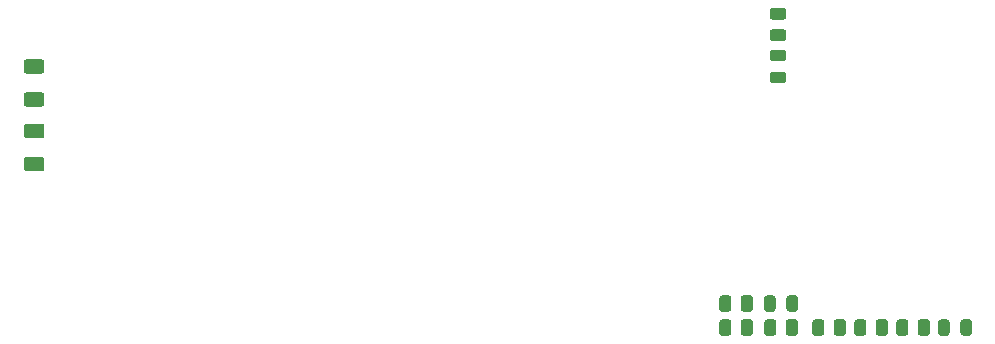
<source format=gbr>
%TF.GenerationSoftware,KiCad,Pcbnew,(5.1.10)-1*%
%TF.CreationDate,2021-07-19T20:33:02+08:00*%
%TF.ProjectId,FanDCControl,46616e44-4343-46f6-9e74-726f6c2e6b69,rev?*%
%TF.SameCoordinates,Original*%
%TF.FileFunction,Paste,Top*%
%TF.FilePolarity,Positive*%
%FSLAX46Y46*%
G04 Gerber Fmt 4.6, Leading zero omitted, Abs format (unit mm)*
G04 Created by KiCad (PCBNEW (5.1.10)-1) date 2021-07-19 20:33:02*
%MOMM*%
%LPD*%
G01*
G04 APERTURE LIST*
G04 APERTURE END LIST*
%TO.C,R7*%
G36*
G01*
X148482000Y-92144001D02*
X148482000Y-91243999D01*
G75*
G02*
X148731999Y-90994000I249999J0D01*
G01*
X149257001Y-90994000D01*
G75*
G02*
X149507000Y-91243999I0J-249999D01*
G01*
X149507000Y-92144001D01*
G75*
G02*
X149257001Y-92394000I-249999J0D01*
G01*
X148731999Y-92394000D01*
G75*
G02*
X148482000Y-92144001I0J249999D01*
G01*
G37*
G36*
G01*
X146657000Y-92144001D02*
X146657000Y-91243999D01*
G75*
G02*
X146906999Y-90994000I249999J0D01*
G01*
X147432001Y-90994000D01*
G75*
G02*
X147682000Y-91243999I0J-249999D01*
G01*
X147682000Y-92144001D01*
G75*
G02*
X147432001Y-92394000I-249999J0D01*
G01*
X146906999Y-92394000D01*
G75*
G02*
X146657000Y-92144001I0J249999D01*
G01*
G37*
%TD*%
%TO.C,R6*%
G36*
G01*
X144926000Y-92144001D02*
X144926000Y-91243999D01*
G75*
G02*
X145175999Y-90994000I249999J0D01*
G01*
X145701001Y-90994000D01*
G75*
G02*
X145951000Y-91243999I0J-249999D01*
G01*
X145951000Y-92144001D01*
G75*
G02*
X145701001Y-92394000I-249999J0D01*
G01*
X145175999Y-92394000D01*
G75*
G02*
X144926000Y-92144001I0J249999D01*
G01*
G37*
G36*
G01*
X143101000Y-92144001D02*
X143101000Y-91243999D01*
G75*
G02*
X143350999Y-90994000I249999J0D01*
G01*
X143876001Y-90994000D01*
G75*
G02*
X144126000Y-91243999I0J-249999D01*
G01*
X144126000Y-92144001D01*
G75*
G02*
X143876001Y-92394000I-249999J0D01*
G01*
X143350999Y-92394000D01*
G75*
G02*
X143101000Y-92144001I0J249999D01*
G01*
G37*
%TD*%
%TO.C,R5*%
G36*
G01*
X141370000Y-92144001D02*
X141370000Y-91243999D01*
G75*
G02*
X141619999Y-90994000I249999J0D01*
G01*
X142145001Y-90994000D01*
G75*
G02*
X142395000Y-91243999I0J-249999D01*
G01*
X142395000Y-92144001D01*
G75*
G02*
X142145001Y-92394000I-249999J0D01*
G01*
X141619999Y-92394000D01*
G75*
G02*
X141370000Y-92144001I0J249999D01*
G01*
G37*
G36*
G01*
X139545000Y-92144001D02*
X139545000Y-91243999D01*
G75*
G02*
X139794999Y-90994000I249999J0D01*
G01*
X140320001Y-90994000D01*
G75*
G02*
X140570000Y-91243999I0J-249999D01*
G01*
X140570000Y-92144001D01*
G75*
G02*
X140320001Y-92394000I-249999J0D01*
G01*
X139794999Y-92394000D01*
G75*
G02*
X139545000Y-92144001I0J249999D01*
G01*
G37*
%TD*%
%TO.C,LM2596S_LED1*%
G36*
G01*
X151188000Y-91237750D02*
X151188000Y-92150250D01*
G75*
G02*
X150944250Y-92394000I-243750J0D01*
G01*
X150456750Y-92394000D01*
G75*
G02*
X150213000Y-92150250I0J243750D01*
G01*
X150213000Y-91237750D01*
G75*
G02*
X150456750Y-90994000I243750J0D01*
G01*
X150944250Y-90994000D01*
G75*
G02*
X151188000Y-91237750I0J-243750D01*
G01*
G37*
G36*
G01*
X153063000Y-91237750D02*
X153063000Y-92150250D01*
G75*
G02*
X152819250Y-92394000I-243750J0D01*
G01*
X152331750Y-92394000D01*
G75*
G02*
X152088000Y-92150250I0J243750D01*
G01*
X152088000Y-91237750D01*
G75*
G02*
X152331750Y-90994000I243750J0D01*
G01*
X152819250Y-90994000D01*
G75*
G02*
X153063000Y-91237750I0J-243750D01*
G01*
G37*
%TD*%
%TO.C,R4*%
G36*
G01*
X137102001Y-65640000D02*
X136201999Y-65640000D01*
G75*
G02*
X135952000Y-65390001I0J249999D01*
G01*
X135952000Y-64864999D01*
G75*
G02*
X136201999Y-64615000I249999J0D01*
G01*
X137102001Y-64615000D01*
G75*
G02*
X137352000Y-64864999I0J-249999D01*
G01*
X137352000Y-65390001D01*
G75*
G02*
X137102001Y-65640000I-249999J0D01*
G01*
G37*
G36*
G01*
X137102001Y-67465000D02*
X136201999Y-67465000D01*
G75*
G02*
X135952000Y-67215001I0J249999D01*
G01*
X135952000Y-66689999D01*
G75*
G02*
X136201999Y-66440000I249999J0D01*
G01*
X137102001Y-66440000D01*
G75*
G02*
X137352000Y-66689999I0J-249999D01*
G01*
X137352000Y-67215001D01*
G75*
G02*
X137102001Y-67465000I-249999J0D01*
G01*
G37*
%TD*%
%TO.C,R3*%
G36*
G01*
X136506000Y-91243999D02*
X136506000Y-92144001D01*
G75*
G02*
X136256001Y-92394000I-249999J0D01*
G01*
X135730999Y-92394000D01*
G75*
G02*
X135481000Y-92144001I0J249999D01*
G01*
X135481000Y-91243999D01*
G75*
G02*
X135730999Y-90994000I249999J0D01*
G01*
X136256001Y-90994000D01*
G75*
G02*
X136506000Y-91243999I0J-249999D01*
G01*
G37*
G36*
G01*
X138331000Y-91243999D02*
X138331000Y-92144001D01*
G75*
G02*
X138081001Y-92394000I-249999J0D01*
G01*
X137555999Y-92394000D01*
G75*
G02*
X137306000Y-92144001I0J249999D01*
G01*
X137306000Y-91243999D01*
G75*
G02*
X137555999Y-90994000I249999J0D01*
G01*
X138081001Y-90994000D01*
G75*
G02*
X138331000Y-91243999I0J-249999D01*
G01*
G37*
%TD*%
%TO.C,R2*%
G36*
G01*
X133496000Y-92144001D02*
X133496000Y-91243999D01*
G75*
G02*
X133745999Y-90994000I249999J0D01*
G01*
X134271001Y-90994000D01*
G75*
G02*
X134521000Y-91243999I0J-249999D01*
G01*
X134521000Y-92144001D01*
G75*
G02*
X134271001Y-92394000I-249999J0D01*
G01*
X133745999Y-92394000D01*
G75*
G02*
X133496000Y-92144001I0J249999D01*
G01*
G37*
G36*
G01*
X131671000Y-92144001D02*
X131671000Y-91243999D01*
G75*
G02*
X131920999Y-90994000I249999J0D01*
G01*
X132446001Y-90994000D01*
G75*
G02*
X132696000Y-91243999I0J-249999D01*
G01*
X132696000Y-92144001D01*
G75*
G02*
X132446001Y-92394000I-249999J0D01*
G01*
X131920999Y-92394000D01*
G75*
G02*
X131671000Y-92144001I0J249999D01*
G01*
G37*
%TD*%
%TO.C,R1*%
G36*
G01*
X132696000Y-89211999D02*
X132696000Y-90112001D01*
G75*
G02*
X132446001Y-90362000I-249999J0D01*
G01*
X131920999Y-90362000D01*
G75*
G02*
X131671000Y-90112001I0J249999D01*
G01*
X131671000Y-89211999D01*
G75*
G02*
X131920999Y-88962000I249999J0D01*
G01*
X132446001Y-88962000D01*
G75*
G02*
X132696000Y-89211999I0J-249999D01*
G01*
G37*
G36*
G01*
X134521000Y-89211999D02*
X134521000Y-90112001D01*
G75*
G02*
X134271001Y-90362000I-249999J0D01*
G01*
X133745999Y-90362000D01*
G75*
G02*
X133496000Y-90112001I0J249999D01*
G01*
X133496000Y-89211999D01*
G75*
G02*
X133745999Y-88962000I249999J0D01*
G01*
X134271001Y-88962000D01*
G75*
G02*
X134521000Y-89211999I0J-249999D01*
G01*
G37*
%TD*%
%TO.C,F2*%
G36*
G01*
X74285000Y-70215000D02*
X73035000Y-70215000D01*
G75*
G02*
X72785000Y-69965000I0J250000D01*
G01*
X72785000Y-69215000D01*
G75*
G02*
X73035000Y-68965000I250000J0D01*
G01*
X74285000Y-68965000D01*
G75*
G02*
X74535000Y-69215000I0J-250000D01*
G01*
X74535000Y-69965000D01*
G75*
G02*
X74285000Y-70215000I-250000J0D01*
G01*
G37*
G36*
G01*
X74285000Y-73015000D02*
X73035000Y-73015000D01*
G75*
G02*
X72785000Y-72765000I0J250000D01*
G01*
X72785000Y-72015000D01*
G75*
G02*
X73035000Y-71765000I250000J0D01*
G01*
X74285000Y-71765000D01*
G75*
G02*
X74535000Y-72015000I0J-250000D01*
G01*
X74535000Y-72765000D01*
G75*
G02*
X74285000Y-73015000I-250000J0D01*
G01*
G37*
%TD*%
%TO.C,F1*%
G36*
G01*
X73035000Y-77229000D02*
X74285000Y-77229000D01*
G75*
G02*
X74535000Y-77479000I0J-250000D01*
G01*
X74535000Y-78229000D01*
G75*
G02*
X74285000Y-78479000I-250000J0D01*
G01*
X73035000Y-78479000D01*
G75*
G02*
X72785000Y-78229000I0J250000D01*
G01*
X72785000Y-77479000D01*
G75*
G02*
X73035000Y-77229000I250000J0D01*
G01*
G37*
G36*
G01*
X73035000Y-74429000D02*
X74285000Y-74429000D01*
G75*
G02*
X74535000Y-74679000I0J-250000D01*
G01*
X74535000Y-75429000D01*
G75*
G02*
X74285000Y-75679000I-250000J0D01*
G01*
X73035000Y-75679000D01*
G75*
G02*
X72785000Y-75429000I0J250000D01*
G01*
X72785000Y-74679000D01*
G75*
G02*
X73035000Y-74429000I250000J0D01*
G01*
G37*
%TD*%
%TO.C,5V_LED1*%
G36*
G01*
X137108250Y-69146000D02*
X136195750Y-69146000D01*
G75*
G02*
X135952000Y-68902250I0J243750D01*
G01*
X135952000Y-68414750D01*
G75*
G02*
X136195750Y-68171000I243750J0D01*
G01*
X137108250Y-68171000D01*
G75*
G02*
X137352000Y-68414750I0J-243750D01*
G01*
X137352000Y-68902250D01*
G75*
G02*
X137108250Y-69146000I-243750J0D01*
G01*
G37*
G36*
G01*
X137108250Y-71021000D02*
X136195750Y-71021000D01*
G75*
G02*
X135952000Y-70777250I0J243750D01*
G01*
X135952000Y-70289750D01*
G75*
G02*
X136195750Y-70046000I243750J0D01*
G01*
X137108250Y-70046000D01*
G75*
G02*
X137352000Y-70289750I0J-243750D01*
G01*
X137352000Y-70777250D01*
G75*
G02*
X137108250Y-71021000I-243750J0D01*
G01*
G37*
%TD*%
%TO.C,12V_LED1*%
G36*
G01*
X136456000Y-89205750D02*
X136456000Y-90118250D01*
G75*
G02*
X136212250Y-90362000I-243750J0D01*
G01*
X135724750Y-90362000D01*
G75*
G02*
X135481000Y-90118250I0J243750D01*
G01*
X135481000Y-89205750D01*
G75*
G02*
X135724750Y-88962000I243750J0D01*
G01*
X136212250Y-88962000D01*
G75*
G02*
X136456000Y-89205750I0J-243750D01*
G01*
G37*
G36*
G01*
X138331000Y-89205750D02*
X138331000Y-90118250D01*
G75*
G02*
X138087250Y-90362000I-243750J0D01*
G01*
X137599750Y-90362000D01*
G75*
G02*
X137356000Y-90118250I0J243750D01*
G01*
X137356000Y-89205750D01*
G75*
G02*
X137599750Y-88962000I243750J0D01*
G01*
X138087250Y-88962000D01*
G75*
G02*
X138331000Y-89205750I0J-243750D01*
G01*
G37*
%TD*%
M02*

</source>
